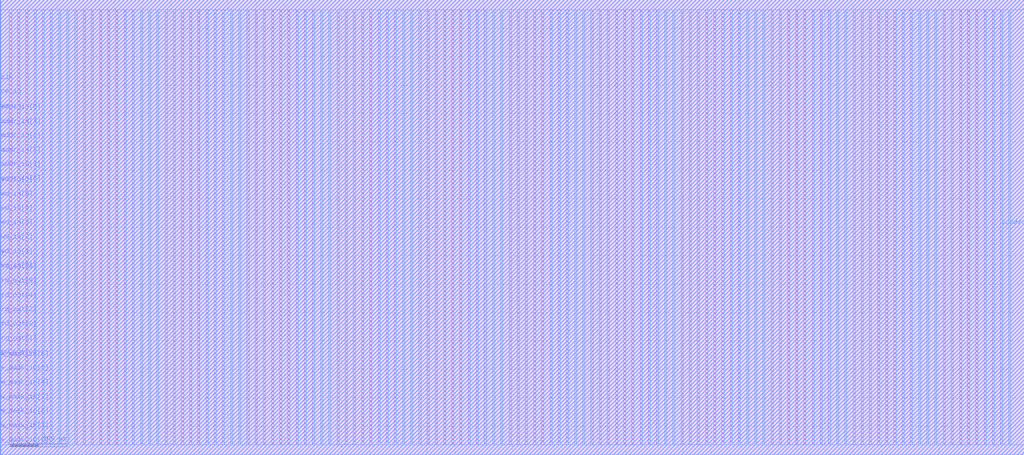
<source format=lef>
VERSION 5.7 ;
BUSBITCHARS "[]" ;
MACRO fakeram130_64x7
  FOREIGN fakeram130_64x7 0 0 ;
  SYMMETRY X Y R90 ;
  SIZE 1800.000 BY 800.000 ;
  CLASS BLOCK ;
  PIN w_mask_in[0]
    DIRECTION INPUT ;
    USE SIGNAL ;
    SHAPE ABUTMENT ;
    PORT
      LAYER met3 ;
      RECT 0.000 17.550 0.900 18.450 ;
    END
  END w_mask_in[0]
  PIN w_mask_in[1]
    DIRECTION INPUT ;
    USE SIGNAL ;
    SHAPE ABUTMENT ;
    PORT
      LAYER met3 ;
      RECT 0.000 42.750 0.900 43.650 ;
    END
  END w_mask_in[1]
  PIN w_mask_in[2]
    DIRECTION INPUT ;
    USE SIGNAL ;
    SHAPE ABUTMENT ;
    PORT
      LAYER met3 ;
      RECT 0.000 67.950 0.900 68.850 ;
    END
  END w_mask_in[2]
  PIN w_mask_in[3]
    DIRECTION INPUT ;
    USE SIGNAL ;
    SHAPE ABUTMENT ;
    PORT
      LAYER met3 ;
      RECT 0.000 93.150 0.900 94.050 ;
    END
  END w_mask_in[3]
  PIN w_mask_in[4]
    DIRECTION INPUT ;
    USE SIGNAL ;
    SHAPE ABUTMENT ;
    PORT
      LAYER met3 ;
      RECT 0.000 118.350 0.900 119.250 ;
    END
  END w_mask_in[4]
  PIN w_mask_in[5]
    DIRECTION INPUT ;
    USE SIGNAL ;
    SHAPE ABUTMENT ;
    PORT
      LAYER met3 ;
      RECT 0.000 143.550 0.900 144.450 ;
    END
  END w_mask_in[5]
  PIN w_mask_in[6]
    DIRECTION INPUT ;
    USE SIGNAL ;
    SHAPE ABUTMENT ;
    PORT
      LAYER met3 ;
      RECT 0.000 168.750 0.900 169.650 ;
    END
  END w_mask_in[6]
  PIN rd_out[0]
    DIRECTION OUTPUT ;
    USE SIGNAL ;
    SHAPE ABUTMENT ;
    PORT
      LAYER met3 ;
      RECT 0.000 170.550 0.900 171.450 ;
    END
  END rd_out[0]
  PIN rd_out[1]
    DIRECTION OUTPUT ;
    USE SIGNAL ;
    SHAPE ABUTMENT ;
    PORT
      LAYER met3 ;
      RECT 0.000 195.750 0.900 196.650 ;
    END
  END rd_out[1]
  PIN rd_out[2]
    DIRECTION OUTPUT ;
    USE SIGNAL ;
    SHAPE ABUTMENT ;
    PORT
      LAYER met3 ;
      RECT 0.000 220.950 0.900 221.850 ;
    END
  END rd_out[2]
  PIN rd_out[3]
    DIRECTION OUTPUT ;
    USE SIGNAL ;
    SHAPE ABUTMENT ;
    PORT
      LAYER met3 ;
      RECT 0.000 246.150 0.900 247.050 ;
    END
  END rd_out[3]
  PIN rd_out[4]
    DIRECTION OUTPUT ;
    USE SIGNAL ;
    SHAPE ABUTMENT ;
    PORT
      LAYER met3 ;
      RECT 0.000 271.350 0.900 272.250 ;
    END
  END rd_out[4]
  PIN rd_out[5]
    DIRECTION OUTPUT ;
    USE SIGNAL ;
    SHAPE ABUTMENT ;
    PORT
      LAYER met3 ;
      RECT 0.000 296.550 0.900 297.450 ;
    END
  END rd_out[5]
  PIN rd_out[6]
    DIRECTION OUTPUT ;
    USE SIGNAL ;
    SHAPE ABUTMENT ;
    PORT
      LAYER met3 ;
      RECT 0.000 321.750 0.900 322.650 ;
    END
  END rd_out[6]
  PIN wd_in[0]
    DIRECTION INPUT ;
    USE SIGNAL ;
    SHAPE ABUTMENT ;
    PORT
      LAYER met3 ;
      RECT 0.000 323.550 0.900 324.450 ;
    END
  END wd_in[0]
  PIN wd_in[1]
    DIRECTION INPUT ;
    USE SIGNAL ;
    SHAPE ABUTMENT ;
    PORT
      LAYER met3 ;
      RECT 0.000 348.750 0.900 349.650 ;
    END
  END wd_in[1]
  PIN wd_in[2]
    DIRECTION INPUT ;
    USE SIGNAL ;
    SHAPE ABUTMENT ;
    PORT
      LAYER met3 ;
      RECT 0.000 373.950 0.900 374.850 ;
    END
  END wd_in[2]
  PIN wd_in[3]
    DIRECTION INPUT ;
    USE SIGNAL ;
    SHAPE ABUTMENT ;
    PORT
      LAYER met3 ;
      RECT 0.000 399.150 0.900 400.050 ;
    END
  END wd_in[3]
  PIN wd_in[4]
    DIRECTION INPUT ;
    USE SIGNAL ;
    SHAPE ABUTMENT ;
    PORT
      LAYER met3 ;
      RECT 0.000 424.350 0.900 425.250 ;
    END
  END wd_in[4]
  PIN wd_in[5]
    DIRECTION INPUT ;
    USE SIGNAL ;
    SHAPE ABUTMENT ;
    PORT
      LAYER met3 ;
      RECT 0.000 449.550 0.900 450.450 ;
    END
  END wd_in[5]
  PIN wd_in[6]
    DIRECTION INPUT ;
    USE SIGNAL ;
    SHAPE ABUTMENT ;
    PORT
      LAYER met3 ;
      RECT 0.000 474.750 0.900 475.650 ;
    END
  END wd_in[6]
  PIN addr_in[0]
    DIRECTION INPUT ;
    USE SIGNAL ;
    SHAPE ABUTMENT ;
    PORT
      LAYER met3 ;
      RECT 0.000 476.550 0.900 477.450 ;
    END
  END addr_in[0]
  PIN addr_in[1]
    DIRECTION INPUT ;
    USE SIGNAL ;
    SHAPE ABUTMENT ;
    PORT
      LAYER met3 ;
      RECT 0.000 501.750 0.900 502.650 ;
    END
  END addr_in[1]
  PIN addr_in[2]
    DIRECTION INPUT ;
    USE SIGNAL ;
    SHAPE ABUTMENT ;
    PORT
      LAYER met3 ;
      RECT 0.000 526.950 0.900 527.850 ;
    END
  END addr_in[2]
  PIN addr_in[3]
    DIRECTION INPUT ;
    USE SIGNAL ;
    SHAPE ABUTMENT ;
    PORT
      LAYER met3 ;
      RECT 0.000 552.150 0.900 553.050 ;
    END
  END addr_in[3]
  PIN addr_in[4]
    DIRECTION INPUT ;
    USE SIGNAL ;
    SHAPE ABUTMENT ;
    PORT
      LAYER met3 ;
      RECT 0.000 577.350 0.900 578.250 ;
    END
  END addr_in[4]
  PIN addr_in[5]
    DIRECTION INPUT ;
    USE SIGNAL ;
    SHAPE ABUTMENT ;
    PORT
      LAYER met3 ;
      RECT 0.000 602.550 0.900 603.450 ;
    END
  END addr_in[5]
  PIN we_in
    DIRECTION INPUT ;
    USE SIGNAL ;
    SHAPE ABUTMENT ;
    PORT
      LAYER met3 ;
      RECT 0.000 604.350 0.900 605.250 ;
    END
  END we_in
  PIN ce_in
    DIRECTION INPUT ;
    USE SIGNAL ;
    SHAPE ABUTMENT ;
    PORT
      LAYER met3 ;
      RECT 0.000 629.550 0.900 630.450 ;
    END
  END ce_in
  PIN clk
    DIRECTION INPUT ;
    USE SIGNAL ;
    SHAPE ABUTMENT ;
    PORT
      LAYER met3 ;
      RECT 0.000 654.750 0.900 655.650 ;
    END
  END clk
  PIN vssd1
    DIRECTION INOUT ;
    USE GROUND ;
    PORT
      LAYER met4 ;
      RECT 16.200 18.000 19.800 782.000 ;
      RECT 45.000 18.000 48.600 782.000 ;
      RECT 73.800 18.000 77.400 782.000 ;
      RECT 102.600 18.000 106.200 782.000 ;
      RECT 131.400 18.000 135.000 782.000 ;
      RECT 160.200 18.000 163.800 782.000 ;
      RECT 189.000 18.000 192.600 782.000 ;
      RECT 217.800 18.000 221.400 782.000 ;
      RECT 246.600 18.000 250.200 782.000 ;
      RECT 275.400 18.000 279.000 782.000 ;
      RECT 304.200 18.000 307.800 782.000 ;
      RECT 333.000 18.000 336.600 782.000 ;
      RECT 361.800 18.000 365.400 782.000 ;
      RECT 390.600 18.000 394.200 782.000 ;
      RECT 419.400 18.000 423.000 782.000 ;
      RECT 448.200 18.000 451.800 782.000 ;
      RECT 477.000 18.000 480.600 782.000 ;
      RECT 505.800 18.000 509.400 782.000 ;
      RECT 534.600 18.000 538.200 782.000 ;
      RECT 563.400 18.000 567.000 782.000 ;
      RECT 592.200 18.000 595.800 782.000 ;
      RECT 621.000 18.000 624.600 782.000 ;
      RECT 649.800 18.000 653.400 782.000 ;
      RECT 678.600 18.000 682.200 782.000 ;
      RECT 707.400 18.000 711.000 782.000 ;
      RECT 736.200 18.000 739.800 782.000 ;
      RECT 765.000 18.000 768.600 782.000 ;
      RECT 793.800 18.000 797.400 782.000 ;
      RECT 822.600 18.000 826.200 782.000 ;
      RECT 851.400 18.000 855.000 782.000 ;
      RECT 880.200 18.000 883.800 782.000 ;
      RECT 909.000 18.000 912.600 782.000 ;
      RECT 937.800 18.000 941.400 782.000 ;
      RECT 966.600 18.000 970.200 782.000 ;
      RECT 995.400 18.000 999.000 782.000 ;
      RECT 1024.200 18.000 1027.800 782.000 ;
      RECT 1053.000 18.000 1056.600 782.000 ;
      RECT 1081.800 18.000 1085.400 782.000 ;
      RECT 1110.600 18.000 1114.200 782.000 ;
      RECT 1139.400 18.000 1143.000 782.000 ;
      RECT 1168.200 18.000 1171.800 782.000 ;
      RECT 1197.000 18.000 1200.600 782.000 ;
      RECT 1225.800 18.000 1229.400 782.000 ;
      RECT 1254.600 18.000 1258.200 782.000 ;
      RECT 1283.400 18.000 1287.000 782.000 ;
      RECT 1312.200 18.000 1315.800 782.000 ;
      RECT 1341.000 18.000 1344.600 782.000 ;
      RECT 1369.800 18.000 1373.400 782.000 ;
      RECT 1398.600 18.000 1402.200 782.000 ;
      RECT 1427.400 18.000 1431.000 782.000 ;
      RECT 1456.200 18.000 1459.800 782.000 ;
      RECT 1485.000 18.000 1488.600 782.000 ;
      RECT 1513.800 18.000 1517.400 782.000 ;
      RECT 1542.600 18.000 1546.200 782.000 ;
      RECT 1571.400 18.000 1575.000 782.000 ;
      RECT 1600.200 18.000 1603.800 782.000 ;
      RECT 1629.000 18.000 1632.600 782.000 ;
      RECT 1657.800 18.000 1661.400 782.000 ;
      RECT 1686.600 18.000 1690.200 782.000 ;
      RECT 1715.400 18.000 1719.000 782.000 ;
      RECT 1744.200 18.000 1747.800 782.000 ;
      RECT 1773.000 18.000 1776.600 782.000 ;
    END
  END vssd1
  PIN vccd1
    DIRECTION INOUT ;
    USE POWER ;
    PORT
      LAYER met4 ;
      RECT 30.600 18.000 34.200 782.000 ;
      RECT 59.400 18.000 63.000 782.000 ;
      RECT 88.200 18.000 91.800 782.000 ;
      RECT 117.000 18.000 120.600 782.000 ;
      RECT 145.800 18.000 149.400 782.000 ;
      RECT 174.600 18.000 178.200 782.000 ;
      RECT 203.400 18.000 207.000 782.000 ;
      RECT 232.200 18.000 235.800 782.000 ;
      RECT 261.000 18.000 264.600 782.000 ;
      RECT 289.800 18.000 293.400 782.000 ;
      RECT 318.600 18.000 322.200 782.000 ;
      RECT 347.400 18.000 351.000 782.000 ;
      RECT 376.200 18.000 379.800 782.000 ;
      RECT 405.000 18.000 408.600 782.000 ;
      RECT 433.800 18.000 437.400 782.000 ;
      RECT 462.600 18.000 466.200 782.000 ;
      RECT 491.400 18.000 495.000 782.000 ;
      RECT 520.200 18.000 523.800 782.000 ;
      RECT 549.000 18.000 552.600 782.000 ;
      RECT 577.800 18.000 581.400 782.000 ;
      RECT 606.600 18.000 610.200 782.000 ;
      RECT 635.400 18.000 639.000 782.000 ;
      RECT 664.200 18.000 667.800 782.000 ;
      RECT 693.000 18.000 696.600 782.000 ;
      RECT 721.800 18.000 725.400 782.000 ;
      RECT 750.600 18.000 754.200 782.000 ;
      RECT 779.400 18.000 783.000 782.000 ;
      RECT 808.200 18.000 811.800 782.000 ;
      RECT 837.000 18.000 840.600 782.000 ;
      RECT 865.800 18.000 869.400 782.000 ;
      RECT 894.600 18.000 898.200 782.000 ;
      RECT 923.400 18.000 927.000 782.000 ;
      RECT 952.200 18.000 955.800 782.000 ;
      RECT 981.000 18.000 984.600 782.000 ;
      RECT 1009.800 18.000 1013.400 782.000 ;
      RECT 1038.600 18.000 1042.200 782.000 ;
      RECT 1067.400 18.000 1071.000 782.000 ;
      RECT 1096.200 18.000 1099.800 782.000 ;
      RECT 1125.000 18.000 1128.600 782.000 ;
      RECT 1153.800 18.000 1157.400 782.000 ;
      RECT 1182.600 18.000 1186.200 782.000 ;
      RECT 1211.400 18.000 1215.000 782.000 ;
      RECT 1240.200 18.000 1243.800 782.000 ;
      RECT 1269.000 18.000 1272.600 782.000 ;
      RECT 1297.800 18.000 1301.400 782.000 ;
      RECT 1326.600 18.000 1330.200 782.000 ;
      RECT 1355.400 18.000 1359.000 782.000 ;
      RECT 1384.200 18.000 1387.800 782.000 ;
      RECT 1413.000 18.000 1416.600 782.000 ;
      RECT 1441.800 18.000 1445.400 782.000 ;
      RECT 1470.600 18.000 1474.200 782.000 ;
      RECT 1499.400 18.000 1503.000 782.000 ;
      RECT 1528.200 18.000 1531.800 782.000 ;
      RECT 1557.000 18.000 1560.600 782.000 ;
      RECT 1585.800 18.000 1589.400 782.000 ;
      RECT 1614.600 18.000 1618.200 782.000 ;
      RECT 1643.400 18.000 1647.000 782.000 ;
      RECT 1672.200 18.000 1675.800 782.000 ;
      RECT 1701.000 18.000 1704.600 782.000 ;
      RECT 1729.800 18.000 1733.400 782.000 ;
      RECT 1758.600 18.000 1762.200 782.000 ;
    END
  END vccd1
  OBS
    LAYER met1 ;
    RECT 0 0 1800.000 800.000 ;
    LAYER met2 ;
    RECT 0 0 1800.000 800.000 ;
    LAYER met3 ;
    RECT 0.900 0 1800.000 800.000 ;
    RECT 0 0.000 0.900 17.550 ;
    RECT 0 18.450 0.900 42.750 ;
    RECT 0 43.650 0.900 67.950 ;
    RECT 0 68.850 0.900 93.150 ;
    RECT 0 94.050 0.900 118.350 ;
    RECT 0 119.250 0.900 143.550 ;
    RECT 0 144.450 0.900 168.750 ;
    RECT 0 169.650 0.900 170.550 ;
    RECT 0 171.450 0.900 195.750 ;
    RECT 0 196.650 0.900 220.950 ;
    RECT 0 221.850 0.900 246.150 ;
    RECT 0 247.050 0.900 271.350 ;
    RECT 0 272.250 0.900 296.550 ;
    RECT 0 297.450 0.900 321.750 ;
    RECT 0 322.650 0.900 323.550 ;
    RECT 0 324.450 0.900 348.750 ;
    RECT 0 349.650 0.900 373.950 ;
    RECT 0 374.850 0.900 399.150 ;
    RECT 0 400.050 0.900 424.350 ;
    RECT 0 425.250 0.900 449.550 ;
    RECT 0 450.450 0.900 474.750 ;
    RECT 0 475.650 0.900 476.550 ;
    RECT 0 477.450 0.900 501.750 ;
    RECT 0 502.650 0.900 526.950 ;
    RECT 0 527.850 0.900 552.150 ;
    RECT 0 553.050 0.900 577.350 ;
    RECT 0 578.250 0.900 602.550 ;
    RECT 0 603.450 0.900 604.350 ;
    RECT 0 605.250 0.900 629.550 ;
    RECT 0 630.450 0.900 654.750 ;
    RECT 0 655.650 0.900 800.000 ;
    LAYER met4 ;
    RECT 0 0 1800.000 18.000 ;
    RECT 0 782.000 1800.000 800.000 ;
    RECT 0.000 18.000 16.200 782.000 ;
    RECT 19.800 18.000 30.600 782.000 ;
    RECT 34.200 18.000 45.000 782.000 ;
    RECT 48.600 18.000 59.400 782.000 ;
    RECT 63.000 18.000 73.800 782.000 ;
    RECT 77.400 18.000 88.200 782.000 ;
    RECT 91.800 18.000 102.600 782.000 ;
    RECT 106.200 18.000 117.000 782.000 ;
    RECT 120.600 18.000 131.400 782.000 ;
    RECT 135.000 18.000 145.800 782.000 ;
    RECT 149.400 18.000 160.200 782.000 ;
    RECT 163.800 18.000 174.600 782.000 ;
    RECT 178.200 18.000 189.000 782.000 ;
    RECT 192.600 18.000 203.400 782.000 ;
    RECT 207.000 18.000 217.800 782.000 ;
    RECT 221.400 18.000 232.200 782.000 ;
    RECT 235.800 18.000 246.600 782.000 ;
    RECT 250.200 18.000 261.000 782.000 ;
    RECT 264.600 18.000 275.400 782.000 ;
    RECT 279.000 18.000 289.800 782.000 ;
    RECT 293.400 18.000 304.200 782.000 ;
    RECT 307.800 18.000 318.600 782.000 ;
    RECT 322.200 18.000 333.000 782.000 ;
    RECT 336.600 18.000 347.400 782.000 ;
    RECT 351.000 18.000 361.800 782.000 ;
    RECT 365.400 18.000 376.200 782.000 ;
    RECT 379.800 18.000 390.600 782.000 ;
    RECT 394.200 18.000 405.000 782.000 ;
    RECT 408.600 18.000 419.400 782.000 ;
    RECT 423.000 18.000 433.800 782.000 ;
    RECT 437.400 18.000 448.200 782.000 ;
    RECT 451.800 18.000 462.600 782.000 ;
    RECT 466.200 18.000 477.000 782.000 ;
    RECT 480.600 18.000 491.400 782.000 ;
    RECT 495.000 18.000 505.800 782.000 ;
    RECT 509.400 18.000 520.200 782.000 ;
    RECT 523.800 18.000 534.600 782.000 ;
    RECT 538.200 18.000 549.000 782.000 ;
    RECT 552.600 18.000 563.400 782.000 ;
    RECT 567.000 18.000 577.800 782.000 ;
    RECT 581.400 18.000 592.200 782.000 ;
    RECT 595.800 18.000 606.600 782.000 ;
    RECT 610.200 18.000 621.000 782.000 ;
    RECT 624.600 18.000 635.400 782.000 ;
    RECT 639.000 18.000 649.800 782.000 ;
    RECT 653.400 18.000 664.200 782.000 ;
    RECT 667.800 18.000 678.600 782.000 ;
    RECT 682.200 18.000 693.000 782.000 ;
    RECT 696.600 18.000 707.400 782.000 ;
    RECT 711.000 18.000 721.800 782.000 ;
    RECT 725.400 18.000 736.200 782.000 ;
    RECT 739.800 18.000 750.600 782.000 ;
    RECT 754.200 18.000 765.000 782.000 ;
    RECT 768.600 18.000 779.400 782.000 ;
    RECT 783.000 18.000 793.800 782.000 ;
    RECT 797.400 18.000 808.200 782.000 ;
    RECT 811.800 18.000 822.600 782.000 ;
    RECT 826.200 18.000 837.000 782.000 ;
    RECT 840.600 18.000 851.400 782.000 ;
    RECT 855.000 18.000 865.800 782.000 ;
    RECT 869.400 18.000 880.200 782.000 ;
    RECT 883.800 18.000 894.600 782.000 ;
    RECT 898.200 18.000 909.000 782.000 ;
    RECT 912.600 18.000 923.400 782.000 ;
    RECT 927.000 18.000 937.800 782.000 ;
    RECT 941.400 18.000 952.200 782.000 ;
    RECT 955.800 18.000 966.600 782.000 ;
    RECT 970.200 18.000 981.000 782.000 ;
    RECT 984.600 18.000 995.400 782.000 ;
    RECT 999.000 18.000 1009.800 782.000 ;
    RECT 1013.400 18.000 1024.200 782.000 ;
    RECT 1027.800 18.000 1038.600 782.000 ;
    RECT 1042.200 18.000 1053.000 782.000 ;
    RECT 1056.600 18.000 1067.400 782.000 ;
    RECT 1071.000 18.000 1081.800 782.000 ;
    RECT 1085.400 18.000 1096.200 782.000 ;
    RECT 1099.800 18.000 1110.600 782.000 ;
    RECT 1114.200 18.000 1125.000 782.000 ;
    RECT 1128.600 18.000 1139.400 782.000 ;
    RECT 1143.000 18.000 1153.800 782.000 ;
    RECT 1157.400 18.000 1168.200 782.000 ;
    RECT 1171.800 18.000 1182.600 782.000 ;
    RECT 1186.200 18.000 1197.000 782.000 ;
    RECT 1200.600 18.000 1211.400 782.000 ;
    RECT 1215.000 18.000 1225.800 782.000 ;
    RECT 1229.400 18.000 1240.200 782.000 ;
    RECT 1243.800 18.000 1254.600 782.000 ;
    RECT 1258.200 18.000 1269.000 782.000 ;
    RECT 1272.600 18.000 1283.400 782.000 ;
    RECT 1287.000 18.000 1297.800 782.000 ;
    RECT 1301.400 18.000 1312.200 782.000 ;
    RECT 1315.800 18.000 1326.600 782.000 ;
    RECT 1330.200 18.000 1341.000 782.000 ;
    RECT 1344.600 18.000 1355.400 782.000 ;
    RECT 1359.000 18.000 1369.800 782.000 ;
    RECT 1373.400 18.000 1384.200 782.000 ;
    RECT 1387.800 18.000 1398.600 782.000 ;
    RECT 1402.200 18.000 1413.000 782.000 ;
    RECT 1416.600 18.000 1427.400 782.000 ;
    RECT 1431.000 18.000 1441.800 782.000 ;
    RECT 1445.400 18.000 1456.200 782.000 ;
    RECT 1459.800 18.000 1470.600 782.000 ;
    RECT 1474.200 18.000 1485.000 782.000 ;
    RECT 1488.600 18.000 1499.400 782.000 ;
    RECT 1503.000 18.000 1513.800 782.000 ;
    RECT 1517.400 18.000 1528.200 782.000 ;
    RECT 1531.800 18.000 1542.600 782.000 ;
    RECT 1546.200 18.000 1557.000 782.000 ;
    RECT 1560.600 18.000 1571.400 782.000 ;
    RECT 1575.000 18.000 1585.800 782.000 ;
    RECT 1589.400 18.000 1600.200 782.000 ;
    RECT 1603.800 18.000 1614.600 782.000 ;
    RECT 1618.200 18.000 1629.000 782.000 ;
    RECT 1632.600 18.000 1643.400 782.000 ;
    RECT 1647.000 18.000 1657.800 782.000 ;
    RECT 1661.400 18.000 1672.200 782.000 ;
    RECT 1675.800 18.000 1686.600 782.000 ;
    RECT 1690.200 18.000 1701.000 782.000 ;
    RECT 1704.600 18.000 1715.400 782.000 ;
    RECT 1719.000 18.000 1729.800 782.000 ;
    RECT 1733.400 18.000 1744.200 782.000 ;
    RECT 1747.800 18.000 1758.600 782.000 ;
    RECT 1762.200 18.000 1773.000 782.000 ;
    RECT 1776.600 18.000 1800.000 782.000 ;
  END
END fakeram130_64x7

END LIBRARY

</source>
